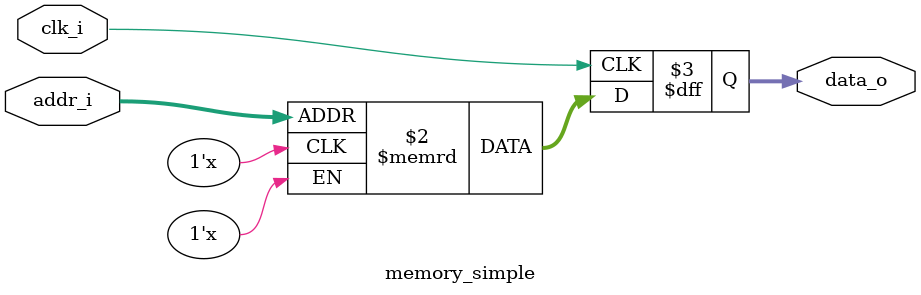
<source format=sv>
module memory (
    input             clk_i,
    input             we_i,
    input       [5:0] addr_i,
    input      [31:0] data_i,
    output reg [31:0] data_o
);

reg [31:0] mem [0:63];

always @(posedge clk_i) begin
    if (we_i)
        mem[addr_i] <= data_i;
    data_o <= mem[addr_i];
end

endmodule

module memory_simple (
    input             clk_i,
    input       [5:0] addr_i,
    output reg [31:0] data_o
);

reg [31:0] mem [0:63];

always @(posedge clk_i) begin
    data_o <= mem[addr_i];
end

endmodule

</source>
